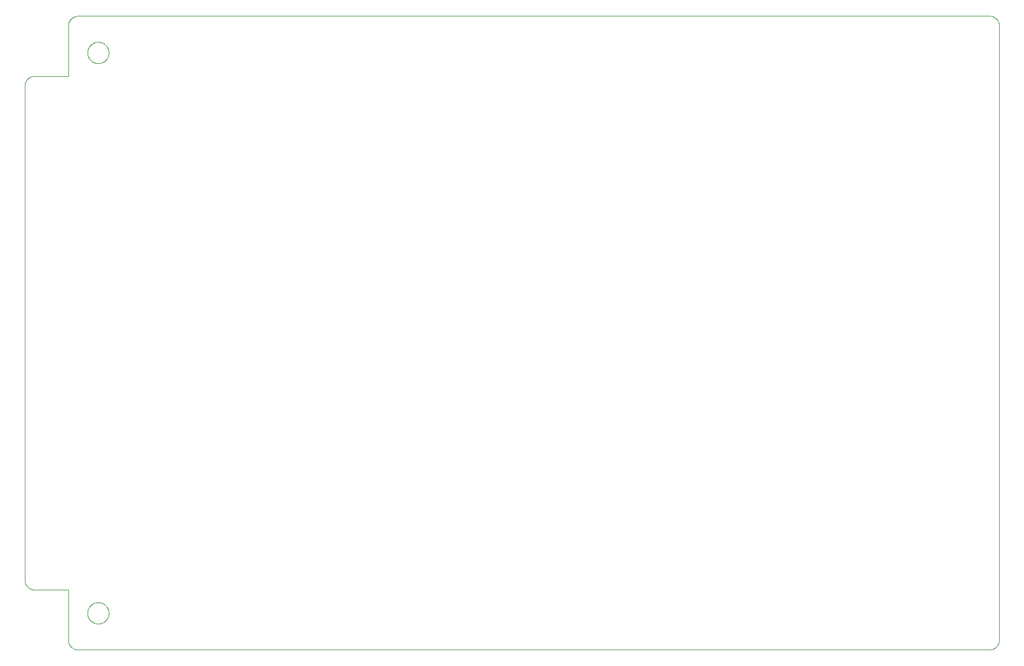
<source format=gko>
G75*
%MOIN*%
%OFA0B0*%
%FSLAX25Y25*%
%IPPOS*%
%LPD*%
%AMOC8*
5,1,8,0,0,1.08239X$1,22.5*
%
%ADD10C,0.00394*%
%ADD11C,0.00000*%
D10*
X0100593Y0075862D02*
X0120278Y0075862D01*
X0120278Y0046335D01*
X0120280Y0046183D01*
X0120286Y0046031D01*
X0120296Y0045879D01*
X0120309Y0045728D01*
X0120327Y0045577D01*
X0120348Y0045426D01*
X0120374Y0045276D01*
X0120403Y0045127D01*
X0120436Y0044978D01*
X0120473Y0044831D01*
X0120513Y0044684D01*
X0120558Y0044539D01*
X0120606Y0044395D01*
X0120658Y0044252D01*
X0120713Y0044110D01*
X0120772Y0043970D01*
X0120835Y0043831D01*
X0120901Y0043694D01*
X0120971Y0043559D01*
X0121044Y0043426D01*
X0121121Y0043295D01*
X0121201Y0043165D01*
X0121284Y0043038D01*
X0121370Y0042913D01*
X0121460Y0042790D01*
X0121553Y0042670D01*
X0121649Y0042552D01*
X0121748Y0042436D01*
X0121850Y0042323D01*
X0121954Y0042213D01*
X0122062Y0042105D01*
X0122172Y0042001D01*
X0122285Y0041899D01*
X0122401Y0041800D01*
X0122519Y0041704D01*
X0122639Y0041611D01*
X0122762Y0041521D01*
X0122887Y0041435D01*
X0123014Y0041352D01*
X0123144Y0041272D01*
X0123275Y0041195D01*
X0123408Y0041122D01*
X0123543Y0041052D01*
X0123680Y0040986D01*
X0123819Y0040923D01*
X0123959Y0040864D01*
X0124101Y0040809D01*
X0124244Y0040757D01*
X0124388Y0040709D01*
X0124533Y0040664D01*
X0124680Y0040624D01*
X0124827Y0040587D01*
X0124976Y0040554D01*
X0125125Y0040525D01*
X0125275Y0040499D01*
X0125426Y0040478D01*
X0125577Y0040460D01*
X0125728Y0040447D01*
X0125880Y0040437D01*
X0126032Y0040431D01*
X0126184Y0040429D01*
X0663585Y0040429D01*
X0663737Y0040431D01*
X0663889Y0040437D01*
X0664041Y0040447D01*
X0664192Y0040460D01*
X0664343Y0040478D01*
X0664494Y0040499D01*
X0664644Y0040525D01*
X0664793Y0040554D01*
X0664942Y0040587D01*
X0665089Y0040624D01*
X0665236Y0040664D01*
X0665381Y0040709D01*
X0665525Y0040757D01*
X0665668Y0040809D01*
X0665810Y0040864D01*
X0665950Y0040923D01*
X0666089Y0040986D01*
X0666226Y0041052D01*
X0666361Y0041122D01*
X0666494Y0041195D01*
X0666625Y0041272D01*
X0666755Y0041352D01*
X0666882Y0041435D01*
X0667007Y0041521D01*
X0667130Y0041611D01*
X0667250Y0041704D01*
X0667368Y0041800D01*
X0667484Y0041899D01*
X0667597Y0042001D01*
X0667707Y0042105D01*
X0667815Y0042213D01*
X0667919Y0042323D01*
X0668021Y0042436D01*
X0668120Y0042552D01*
X0668216Y0042670D01*
X0668309Y0042790D01*
X0668399Y0042913D01*
X0668485Y0043038D01*
X0668568Y0043165D01*
X0668648Y0043295D01*
X0668725Y0043426D01*
X0668798Y0043559D01*
X0668868Y0043694D01*
X0668934Y0043831D01*
X0668997Y0043970D01*
X0669056Y0044110D01*
X0669111Y0044252D01*
X0669163Y0044395D01*
X0669211Y0044539D01*
X0669256Y0044684D01*
X0669296Y0044831D01*
X0669333Y0044978D01*
X0669366Y0045127D01*
X0669395Y0045276D01*
X0669421Y0045426D01*
X0669442Y0045577D01*
X0669460Y0045728D01*
X0669473Y0045879D01*
X0669483Y0046031D01*
X0669489Y0046183D01*
X0669491Y0046335D01*
X0669491Y0408539D01*
X0669489Y0408691D01*
X0669483Y0408843D01*
X0669473Y0408995D01*
X0669460Y0409146D01*
X0669442Y0409297D01*
X0669421Y0409448D01*
X0669395Y0409598D01*
X0669366Y0409747D01*
X0669333Y0409896D01*
X0669296Y0410043D01*
X0669256Y0410190D01*
X0669211Y0410335D01*
X0669163Y0410479D01*
X0669111Y0410622D01*
X0669056Y0410764D01*
X0668997Y0410904D01*
X0668934Y0411043D01*
X0668868Y0411180D01*
X0668798Y0411315D01*
X0668725Y0411448D01*
X0668648Y0411579D01*
X0668568Y0411709D01*
X0668485Y0411836D01*
X0668399Y0411961D01*
X0668309Y0412084D01*
X0668216Y0412204D01*
X0668120Y0412322D01*
X0668021Y0412438D01*
X0667919Y0412551D01*
X0667815Y0412661D01*
X0667707Y0412769D01*
X0667597Y0412873D01*
X0667484Y0412975D01*
X0667368Y0413074D01*
X0667250Y0413170D01*
X0667130Y0413263D01*
X0667007Y0413353D01*
X0666882Y0413439D01*
X0666755Y0413522D01*
X0666625Y0413602D01*
X0666494Y0413679D01*
X0666361Y0413752D01*
X0666226Y0413822D01*
X0666089Y0413888D01*
X0665950Y0413951D01*
X0665810Y0414010D01*
X0665668Y0414065D01*
X0665525Y0414117D01*
X0665381Y0414165D01*
X0665236Y0414210D01*
X0665089Y0414250D01*
X0664942Y0414287D01*
X0664793Y0414320D01*
X0664644Y0414349D01*
X0664494Y0414375D01*
X0664343Y0414396D01*
X0664192Y0414414D01*
X0664041Y0414427D01*
X0663889Y0414437D01*
X0663737Y0414443D01*
X0663585Y0414445D01*
X0126184Y0414445D01*
X0126032Y0414443D01*
X0125880Y0414437D01*
X0125728Y0414427D01*
X0125577Y0414414D01*
X0125426Y0414396D01*
X0125275Y0414375D01*
X0125125Y0414349D01*
X0124976Y0414320D01*
X0124827Y0414287D01*
X0124680Y0414250D01*
X0124533Y0414210D01*
X0124388Y0414165D01*
X0124244Y0414117D01*
X0124101Y0414065D01*
X0123959Y0414010D01*
X0123819Y0413951D01*
X0123680Y0413888D01*
X0123543Y0413822D01*
X0123408Y0413752D01*
X0123275Y0413679D01*
X0123144Y0413602D01*
X0123014Y0413522D01*
X0122887Y0413439D01*
X0122762Y0413353D01*
X0122639Y0413263D01*
X0122519Y0413170D01*
X0122401Y0413074D01*
X0122285Y0412975D01*
X0122172Y0412873D01*
X0122062Y0412769D01*
X0121954Y0412661D01*
X0121850Y0412551D01*
X0121748Y0412438D01*
X0121649Y0412322D01*
X0121553Y0412204D01*
X0121460Y0412084D01*
X0121370Y0411961D01*
X0121284Y0411836D01*
X0121201Y0411709D01*
X0121121Y0411579D01*
X0121044Y0411448D01*
X0120971Y0411315D01*
X0120901Y0411180D01*
X0120835Y0411043D01*
X0120772Y0410904D01*
X0120713Y0410764D01*
X0120658Y0410622D01*
X0120606Y0410479D01*
X0120558Y0410335D01*
X0120513Y0410190D01*
X0120473Y0410043D01*
X0120436Y0409896D01*
X0120403Y0409747D01*
X0120374Y0409598D01*
X0120348Y0409448D01*
X0120327Y0409297D01*
X0120309Y0409146D01*
X0120296Y0408995D01*
X0120286Y0408843D01*
X0120280Y0408691D01*
X0120278Y0408539D01*
X0120278Y0379012D01*
X0100593Y0379012D01*
X0100441Y0379010D01*
X0100289Y0379004D01*
X0100137Y0378994D01*
X0099986Y0378981D01*
X0099835Y0378963D01*
X0099684Y0378942D01*
X0099534Y0378916D01*
X0099385Y0378887D01*
X0099236Y0378854D01*
X0099089Y0378817D01*
X0098942Y0378777D01*
X0098797Y0378732D01*
X0098653Y0378684D01*
X0098510Y0378632D01*
X0098368Y0378577D01*
X0098228Y0378518D01*
X0098089Y0378455D01*
X0097952Y0378389D01*
X0097817Y0378319D01*
X0097684Y0378246D01*
X0097553Y0378169D01*
X0097423Y0378089D01*
X0097296Y0378006D01*
X0097171Y0377920D01*
X0097048Y0377830D01*
X0096928Y0377737D01*
X0096810Y0377641D01*
X0096694Y0377542D01*
X0096581Y0377440D01*
X0096471Y0377336D01*
X0096363Y0377228D01*
X0096259Y0377118D01*
X0096157Y0377005D01*
X0096058Y0376889D01*
X0095962Y0376771D01*
X0095869Y0376651D01*
X0095779Y0376528D01*
X0095693Y0376403D01*
X0095610Y0376276D01*
X0095530Y0376146D01*
X0095453Y0376015D01*
X0095380Y0375882D01*
X0095310Y0375747D01*
X0095244Y0375610D01*
X0095181Y0375471D01*
X0095122Y0375331D01*
X0095067Y0375189D01*
X0095015Y0375046D01*
X0094967Y0374902D01*
X0094922Y0374757D01*
X0094882Y0374610D01*
X0094845Y0374463D01*
X0094812Y0374314D01*
X0094783Y0374165D01*
X0094757Y0374015D01*
X0094736Y0373864D01*
X0094718Y0373713D01*
X0094705Y0373562D01*
X0094695Y0373410D01*
X0094689Y0373258D01*
X0094687Y0373106D01*
X0094688Y0373106D02*
X0094688Y0081768D01*
X0094687Y0081768D02*
X0094689Y0081616D01*
X0094695Y0081464D01*
X0094705Y0081312D01*
X0094718Y0081161D01*
X0094736Y0081010D01*
X0094757Y0080859D01*
X0094783Y0080709D01*
X0094812Y0080560D01*
X0094845Y0080411D01*
X0094882Y0080264D01*
X0094922Y0080117D01*
X0094967Y0079972D01*
X0095015Y0079828D01*
X0095067Y0079685D01*
X0095122Y0079543D01*
X0095181Y0079403D01*
X0095244Y0079264D01*
X0095310Y0079127D01*
X0095380Y0078992D01*
X0095453Y0078859D01*
X0095530Y0078728D01*
X0095610Y0078598D01*
X0095693Y0078471D01*
X0095779Y0078346D01*
X0095869Y0078223D01*
X0095962Y0078103D01*
X0096058Y0077985D01*
X0096157Y0077869D01*
X0096259Y0077756D01*
X0096363Y0077646D01*
X0096471Y0077538D01*
X0096581Y0077434D01*
X0096694Y0077332D01*
X0096810Y0077233D01*
X0096928Y0077137D01*
X0097048Y0077044D01*
X0097171Y0076954D01*
X0097296Y0076868D01*
X0097423Y0076785D01*
X0097553Y0076705D01*
X0097684Y0076628D01*
X0097817Y0076555D01*
X0097952Y0076485D01*
X0098089Y0076419D01*
X0098228Y0076356D01*
X0098368Y0076297D01*
X0098510Y0076242D01*
X0098653Y0076190D01*
X0098797Y0076142D01*
X0098942Y0076097D01*
X0099089Y0076057D01*
X0099236Y0076020D01*
X0099385Y0075987D01*
X0099534Y0075958D01*
X0099684Y0075932D01*
X0099835Y0075911D01*
X0099986Y0075893D01*
X0100137Y0075880D01*
X0100289Y0075870D01*
X0100441Y0075864D01*
X0100593Y0075862D01*
D11*
X0131696Y0062083D02*
X0131698Y0062241D01*
X0131704Y0062399D01*
X0131714Y0062557D01*
X0131728Y0062715D01*
X0131746Y0062872D01*
X0131767Y0063029D01*
X0131793Y0063185D01*
X0131823Y0063341D01*
X0131856Y0063496D01*
X0131894Y0063649D01*
X0131935Y0063802D01*
X0131980Y0063954D01*
X0132029Y0064105D01*
X0132082Y0064254D01*
X0132138Y0064402D01*
X0132198Y0064548D01*
X0132262Y0064693D01*
X0132330Y0064836D01*
X0132401Y0064978D01*
X0132475Y0065118D01*
X0132553Y0065255D01*
X0132635Y0065391D01*
X0132719Y0065525D01*
X0132808Y0065656D01*
X0132899Y0065785D01*
X0132994Y0065912D01*
X0133091Y0066037D01*
X0133192Y0066159D01*
X0133296Y0066278D01*
X0133403Y0066395D01*
X0133513Y0066509D01*
X0133626Y0066620D01*
X0133741Y0066729D01*
X0133859Y0066834D01*
X0133980Y0066936D01*
X0134103Y0067036D01*
X0134229Y0067132D01*
X0134357Y0067225D01*
X0134487Y0067315D01*
X0134620Y0067401D01*
X0134755Y0067485D01*
X0134891Y0067564D01*
X0135030Y0067641D01*
X0135171Y0067713D01*
X0135313Y0067783D01*
X0135457Y0067848D01*
X0135603Y0067910D01*
X0135750Y0067968D01*
X0135899Y0068023D01*
X0136049Y0068074D01*
X0136200Y0068121D01*
X0136352Y0068164D01*
X0136505Y0068203D01*
X0136660Y0068239D01*
X0136815Y0068270D01*
X0136971Y0068298D01*
X0137127Y0068322D01*
X0137284Y0068342D01*
X0137442Y0068358D01*
X0137599Y0068370D01*
X0137758Y0068378D01*
X0137916Y0068382D01*
X0138074Y0068382D01*
X0138232Y0068378D01*
X0138391Y0068370D01*
X0138548Y0068358D01*
X0138706Y0068342D01*
X0138863Y0068322D01*
X0139019Y0068298D01*
X0139175Y0068270D01*
X0139330Y0068239D01*
X0139485Y0068203D01*
X0139638Y0068164D01*
X0139790Y0068121D01*
X0139941Y0068074D01*
X0140091Y0068023D01*
X0140240Y0067968D01*
X0140387Y0067910D01*
X0140533Y0067848D01*
X0140677Y0067783D01*
X0140819Y0067713D01*
X0140960Y0067641D01*
X0141099Y0067564D01*
X0141235Y0067485D01*
X0141370Y0067401D01*
X0141503Y0067315D01*
X0141633Y0067225D01*
X0141761Y0067132D01*
X0141887Y0067036D01*
X0142010Y0066936D01*
X0142131Y0066834D01*
X0142249Y0066729D01*
X0142364Y0066620D01*
X0142477Y0066509D01*
X0142587Y0066395D01*
X0142694Y0066278D01*
X0142798Y0066159D01*
X0142899Y0066037D01*
X0142996Y0065912D01*
X0143091Y0065785D01*
X0143182Y0065656D01*
X0143271Y0065525D01*
X0143355Y0065391D01*
X0143437Y0065255D01*
X0143515Y0065118D01*
X0143589Y0064978D01*
X0143660Y0064836D01*
X0143728Y0064693D01*
X0143792Y0064548D01*
X0143852Y0064402D01*
X0143908Y0064254D01*
X0143961Y0064105D01*
X0144010Y0063954D01*
X0144055Y0063802D01*
X0144096Y0063649D01*
X0144134Y0063496D01*
X0144167Y0063341D01*
X0144197Y0063185D01*
X0144223Y0063029D01*
X0144244Y0062872D01*
X0144262Y0062715D01*
X0144276Y0062557D01*
X0144286Y0062399D01*
X0144292Y0062241D01*
X0144294Y0062083D01*
X0144292Y0061925D01*
X0144286Y0061767D01*
X0144276Y0061609D01*
X0144262Y0061451D01*
X0144244Y0061294D01*
X0144223Y0061137D01*
X0144197Y0060981D01*
X0144167Y0060825D01*
X0144134Y0060670D01*
X0144096Y0060517D01*
X0144055Y0060364D01*
X0144010Y0060212D01*
X0143961Y0060061D01*
X0143908Y0059912D01*
X0143852Y0059764D01*
X0143792Y0059618D01*
X0143728Y0059473D01*
X0143660Y0059330D01*
X0143589Y0059188D01*
X0143515Y0059048D01*
X0143437Y0058911D01*
X0143355Y0058775D01*
X0143271Y0058641D01*
X0143182Y0058510D01*
X0143091Y0058381D01*
X0142996Y0058254D01*
X0142899Y0058129D01*
X0142798Y0058007D01*
X0142694Y0057888D01*
X0142587Y0057771D01*
X0142477Y0057657D01*
X0142364Y0057546D01*
X0142249Y0057437D01*
X0142131Y0057332D01*
X0142010Y0057230D01*
X0141887Y0057130D01*
X0141761Y0057034D01*
X0141633Y0056941D01*
X0141503Y0056851D01*
X0141370Y0056765D01*
X0141235Y0056681D01*
X0141099Y0056602D01*
X0140960Y0056525D01*
X0140819Y0056453D01*
X0140677Y0056383D01*
X0140533Y0056318D01*
X0140387Y0056256D01*
X0140240Y0056198D01*
X0140091Y0056143D01*
X0139941Y0056092D01*
X0139790Y0056045D01*
X0139638Y0056002D01*
X0139485Y0055963D01*
X0139330Y0055927D01*
X0139175Y0055896D01*
X0139019Y0055868D01*
X0138863Y0055844D01*
X0138706Y0055824D01*
X0138548Y0055808D01*
X0138391Y0055796D01*
X0138232Y0055788D01*
X0138074Y0055784D01*
X0137916Y0055784D01*
X0137758Y0055788D01*
X0137599Y0055796D01*
X0137442Y0055808D01*
X0137284Y0055824D01*
X0137127Y0055844D01*
X0136971Y0055868D01*
X0136815Y0055896D01*
X0136660Y0055927D01*
X0136505Y0055963D01*
X0136352Y0056002D01*
X0136200Y0056045D01*
X0136049Y0056092D01*
X0135899Y0056143D01*
X0135750Y0056198D01*
X0135603Y0056256D01*
X0135457Y0056318D01*
X0135313Y0056383D01*
X0135171Y0056453D01*
X0135030Y0056525D01*
X0134891Y0056602D01*
X0134755Y0056681D01*
X0134620Y0056765D01*
X0134487Y0056851D01*
X0134357Y0056941D01*
X0134229Y0057034D01*
X0134103Y0057130D01*
X0133980Y0057230D01*
X0133859Y0057332D01*
X0133741Y0057437D01*
X0133626Y0057546D01*
X0133513Y0057657D01*
X0133403Y0057771D01*
X0133296Y0057888D01*
X0133192Y0058007D01*
X0133091Y0058129D01*
X0132994Y0058254D01*
X0132899Y0058381D01*
X0132808Y0058510D01*
X0132719Y0058641D01*
X0132635Y0058775D01*
X0132553Y0058911D01*
X0132475Y0059048D01*
X0132401Y0059188D01*
X0132330Y0059330D01*
X0132262Y0059473D01*
X0132198Y0059618D01*
X0132138Y0059764D01*
X0132082Y0059912D01*
X0132029Y0060061D01*
X0131980Y0060212D01*
X0131935Y0060364D01*
X0131894Y0060517D01*
X0131856Y0060670D01*
X0131823Y0060825D01*
X0131793Y0060981D01*
X0131767Y0061137D01*
X0131746Y0061294D01*
X0131728Y0061451D01*
X0131714Y0061609D01*
X0131704Y0061767D01*
X0131698Y0061925D01*
X0131696Y0062083D01*
X0131696Y0392791D02*
X0131698Y0392949D01*
X0131704Y0393107D01*
X0131714Y0393265D01*
X0131728Y0393423D01*
X0131746Y0393580D01*
X0131767Y0393737D01*
X0131793Y0393893D01*
X0131823Y0394049D01*
X0131856Y0394204D01*
X0131894Y0394357D01*
X0131935Y0394510D01*
X0131980Y0394662D01*
X0132029Y0394813D01*
X0132082Y0394962D01*
X0132138Y0395110D01*
X0132198Y0395256D01*
X0132262Y0395401D01*
X0132330Y0395544D01*
X0132401Y0395686D01*
X0132475Y0395826D01*
X0132553Y0395963D01*
X0132635Y0396099D01*
X0132719Y0396233D01*
X0132808Y0396364D01*
X0132899Y0396493D01*
X0132994Y0396620D01*
X0133091Y0396745D01*
X0133192Y0396867D01*
X0133296Y0396986D01*
X0133403Y0397103D01*
X0133513Y0397217D01*
X0133626Y0397328D01*
X0133741Y0397437D01*
X0133859Y0397542D01*
X0133980Y0397644D01*
X0134103Y0397744D01*
X0134229Y0397840D01*
X0134357Y0397933D01*
X0134487Y0398023D01*
X0134620Y0398109D01*
X0134755Y0398193D01*
X0134891Y0398272D01*
X0135030Y0398349D01*
X0135171Y0398421D01*
X0135313Y0398491D01*
X0135457Y0398556D01*
X0135603Y0398618D01*
X0135750Y0398676D01*
X0135899Y0398731D01*
X0136049Y0398782D01*
X0136200Y0398829D01*
X0136352Y0398872D01*
X0136505Y0398911D01*
X0136660Y0398947D01*
X0136815Y0398978D01*
X0136971Y0399006D01*
X0137127Y0399030D01*
X0137284Y0399050D01*
X0137442Y0399066D01*
X0137599Y0399078D01*
X0137758Y0399086D01*
X0137916Y0399090D01*
X0138074Y0399090D01*
X0138232Y0399086D01*
X0138391Y0399078D01*
X0138548Y0399066D01*
X0138706Y0399050D01*
X0138863Y0399030D01*
X0139019Y0399006D01*
X0139175Y0398978D01*
X0139330Y0398947D01*
X0139485Y0398911D01*
X0139638Y0398872D01*
X0139790Y0398829D01*
X0139941Y0398782D01*
X0140091Y0398731D01*
X0140240Y0398676D01*
X0140387Y0398618D01*
X0140533Y0398556D01*
X0140677Y0398491D01*
X0140819Y0398421D01*
X0140960Y0398349D01*
X0141099Y0398272D01*
X0141235Y0398193D01*
X0141370Y0398109D01*
X0141503Y0398023D01*
X0141633Y0397933D01*
X0141761Y0397840D01*
X0141887Y0397744D01*
X0142010Y0397644D01*
X0142131Y0397542D01*
X0142249Y0397437D01*
X0142364Y0397328D01*
X0142477Y0397217D01*
X0142587Y0397103D01*
X0142694Y0396986D01*
X0142798Y0396867D01*
X0142899Y0396745D01*
X0142996Y0396620D01*
X0143091Y0396493D01*
X0143182Y0396364D01*
X0143271Y0396233D01*
X0143355Y0396099D01*
X0143437Y0395963D01*
X0143515Y0395826D01*
X0143589Y0395686D01*
X0143660Y0395544D01*
X0143728Y0395401D01*
X0143792Y0395256D01*
X0143852Y0395110D01*
X0143908Y0394962D01*
X0143961Y0394813D01*
X0144010Y0394662D01*
X0144055Y0394510D01*
X0144096Y0394357D01*
X0144134Y0394204D01*
X0144167Y0394049D01*
X0144197Y0393893D01*
X0144223Y0393737D01*
X0144244Y0393580D01*
X0144262Y0393423D01*
X0144276Y0393265D01*
X0144286Y0393107D01*
X0144292Y0392949D01*
X0144294Y0392791D01*
X0144292Y0392633D01*
X0144286Y0392475D01*
X0144276Y0392317D01*
X0144262Y0392159D01*
X0144244Y0392002D01*
X0144223Y0391845D01*
X0144197Y0391689D01*
X0144167Y0391533D01*
X0144134Y0391378D01*
X0144096Y0391225D01*
X0144055Y0391072D01*
X0144010Y0390920D01*
X0143961Y0390769D01*
X0143908Y0390620D01*
X0143852Y0390472D01*
X0143792Y0390326D01*
X0143728Y0390181D01*
X0143660Y0390038D01*
X0143589Y0389896D01*
X0143515Y0389756D01*
X0143437Y0389619D01*
X0143355Y0389483D01*
X0143271Y0389349D01*
X0143182Y0389218D01*
X0143091Y0389089D01*
X0142996Y0388962D01*
X0142899Y0388837D01*
X0142798Y0388715D01*
X0142694Y0388596D01*
X0142587Y0388479D01*
X0142477Y0388365D01*
X0142364Y0388254D01*
X0142249Y0388145D01*
X0142131Y0388040D01*
X0142010Y0387938D01*
X0141887Y0387838D01*
X0141761Y0387742D01*
X0141633Y0387649D01*
X0141503Y0387559D01*
X0141370Y0387473D01*
X0141235Y0387389D01*
X0141099Y0387310D01*
X0140960Y0387233D01*
X0140819Y0387161D01*
X0140677Y0387091D01*
X0140533Y0387026D01*
X0140387Y0386964D01*
X0140240Y0386906D01*
X0140091Y0386851D01*
X0139941Y0386800D01*
X0139790Y0386753D01*
X0139638Y0386710D01*
X0139485Y0386671D01*
X0139330Y0386635D01*
X0139175Y0386604D01*
X0139019Y0386576D01*
X0138863Y0386552D01*
X0138706Y0386532D01*
X0138548Y0386516D01*
X0138391Y0386504D01*
X0138232Y0386496D01*
X0138074Y0386492D01*
X0137916Y0386492D01*
X0137758Y0386496D01*
X0137599Y0386504D01*
X0137442Y0386516D01*
X0137284Y0386532D01*
X0137127Y0386552D01*
X0136971Y0386576D01*
X0136815Y0386604D01*
X0136660Y0386635D01*
X0136505Y0386671D01*
X0136352Y0386710D01*
X0136200Y0386753D01*
X0136049Y0386800D01*
X0135899Y0386851D01*
X0135750Y0386906D01*
X0135603Y0386964D01*
X0135457Y0387026D01*
X0135313Y0387091D01*
X0135171Y0387161D01*
X0135030Y0387233D01*
X0134891Y0387310D01*
X0134755Y0387389D01*
X0134620Y0387473D01*
X0134487Y0387559D01*
X0134357Y0387649D01*
X0134229Y0387742D01*
X0134103Y0387838D01*
X0133980Y0387938D01*
X0133859Y0388040D01*
X0133741Y0388145D01*
X0133626Y0388254D01*
X0133513Y0388365D01*
X0133403Y0388479D01*
X0133296Y0388596D01*
X0133192Y0388715D01*
X0133091Y0388837D01*
X0132994Y0388962D01*
X0132899Y0389089D01*
X0132808Y0389218D01*
X0132719Y0389349D01*
X0132635Y0389483D01*
X0132553Y0389619D01*
X0132475Y0389756D01*
X0132401Y0389896D01*
X0132330Y0390038D01*
X0132262Y0390181D01*
X0132198Y0390326D01*
X0132138Y0390472D01*
X0132082Y0390620D01*
X0132029Y0390769D01*
X0131980Y0390920D01*
X0131935Y0391072D01*
X0131894Y0391225D01*
X0131856Y0391378D01*
X0131823Y0391533D01*
X0131793Y0391689D01*
X0131767Y0391845D01*
X0131746Y0392002D01*
X0131728Y0392159D01*
X0131714Y0392317D01*
X0131704Y0392475D01*
X0131698Y0392633D01*
X0131696Y0392791D01*
M02*

</source>
